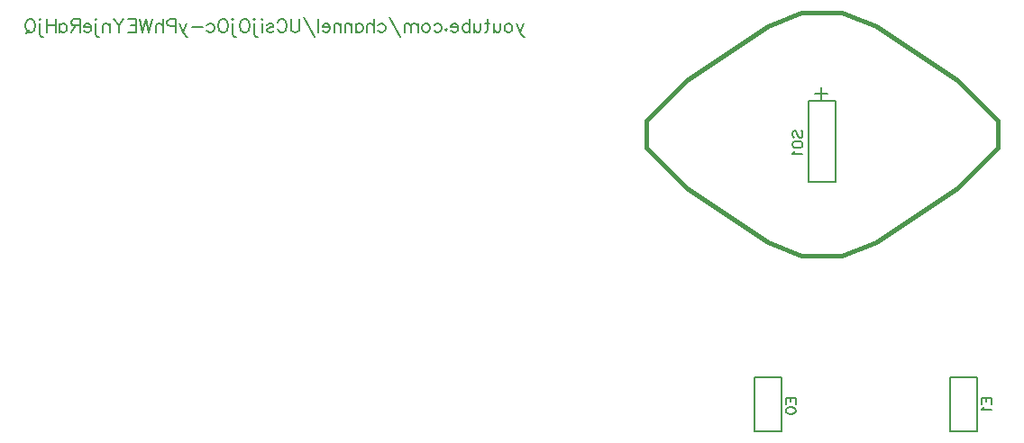
<source format=gbo>
G04 Layer: BottomSilkLayer*
G04 EasyEDA v6.4.25, 2021-12-06T09:29:09+01:00*
G04 709bd2a449c44a659231e49a93e94fa4,7d3f4a13764643a7838717c5c1d40531,10*
G04 Gerber Generator version 0.2*
G04 Scale: 100 percent, Rotated: No, Reflected: No *
G04 Dimensions in inches *
G04 leading zeros omitted , absolute positions ,3 integer and 6 decimal *
%FSLAX36Y36*%
%MOIN*%

%ADD31C,0.0080*%
%ADD32C,0.0080*%
%ADD36C,0.0157*%
%ADD39C,0.0060*%

%LPD*%
D31*
X3172636Y1600455D02*
G01*
X3221727Y1600455D01*
X3197182Y1625000D02*
G01*
X3197182Y1575909D01*
X2097727Y1859544D02*
G01*
X2084090Y1827726D01*
X2070455Y1859544D02*
G01*
X2084090Y1827726D01*
X2088635Y1818636D01*
X2093181Y1814090D01*
X2097727Y1811817D01*
X2100000Y1811817D01*
X2044090Y1859544D02*
G01*
X2048635Y1857273D01*
X2053181Y1852726D01*
X2055455Y1845909D01*
X2055455Y1841363D01*
X2053181Y1834544D01*
X2048635Y1830000D01*
X2044090Y1827726D01*
X2037272Y1827726D01*
X2032727Y1830000D01*
X2028181Y1834544D01*
X2025909Y1841363D01*
X2025909Y1845909D01*
X2028181Y1852726D01*
X2032727Y1857273D01*
X2037272Y1859544D01*
X2044090Y1859544D01*
X2010909Y1859544D02*
G01*
X2010909Y1836817D01*
X2008635Y1830000D01*
X2004090Y1827726D01*
X1997272Y1827726D01*
X1992727Y1830000D01*
X1985909Y1836817D01*
X1985909Y1859544D02*
G01*
X1985909Y1827726D01*
X1964090Y1875455D02*
G01*
X1964090Y1836817D01*
X1961818Y1830000D01*
X1957272Y1827726D01*
X1952727Y1827726D01*
X1970909Y1859544D02*
G01*
X1955000Y1859544D01*
X1937727Y1859544D02*
G01*
X1937727Y1836817D01*
X1935455Y1830000D01*
X1930909Y1827726D01*
X1924090Y1827726D01*
X1919544Y1830000D01*
X1912727Y1836817D01*
X1912727Y1859544D02*
G01*
X1912727Y1827726D01*
X1897727Y1875455D02*
G01*
X1897727Y1827726D01*
X1897727Y1852726D02*
G01*
X1893181Y1857273D01*
X1888635Y1859544D01*
X1881818Y1859544D01*
X1877272Y1857273D01*
X1872727Y1852726D01*
X1870455Y1845909D01*
X1870455Y1841363D01*
X1872727Y1834544D01*
X1877272Y1830000D01*
X1881818Y1827726D01*
X1888635Y1827726D01*
X1893181Y1830000D01*
X1897727Y1834544D01*
X1855455Y1845909D02*
G01*
X1828181Y1845909D01*
X1828181Y1850455D01*
X1830455Y1855000D01*
X1832727Y1857273D01*
X1837272Y1859544D01*
X1844090Y1859544D01*
X1848635Y1857273D01*
X1853181Y1852726D01*
X1855455Y1845909D01*
X1855455Y1841363D01*
X1853181Y1834544D01*
X1848635Y1830000D01*
X1844090Y1827726D01*
X1837272Y1827726D01*
X1832727Y1830000D01*
X1828181Y1834544D01*
X1810909Y1839090D02*
G01*
X1813181Y1836817D01*
X1810909Y1834544D01*
X1808635Y1836817D01*
X1810909Y1839090D01*
X1766364Y1852726D02*
G01*
X1770909Y1857273D01*
X1775455Y1859544D01*
X1782272Y1859544D01*
X1786818Y1857273D01*
X1791364Y1852726D01*
X1793635Y1845909D01*
X1793635Y1841363D01*
X1791364Y1834544D01*
X1786818Y1830000D01*
X1782272Y1827726D01*
X1775455Y1827726D01*
X1770909Y1830000D01*
X1766364Y1834544D01*
X1740000Y1859544D02*
G01*
X1744544Y1857273D01*
X1749090Y1852726D01*
X1751364Y1845909D01*
X1751364Y1841363D01*
X1749090Y1834544D01*
X1744544Y1830000D01*
X1740000Y1827726D01*
X1733181Y1827726D01*
X1728635Y1830000D01*
X1724090Y1834544D01*
X1721818Y1841363D01*
X1721818Y1845909D01*
X1724090Y1852726D01*
X1728635Y1857273D01*
X1733181Y1859544D01*
X1740000Y1859544D01*
X1706818Y1859544D02*
G01*
X1706818Y1827726D01*
X1706818Y1850455D02*
G01*
X1700000Y1857273D01*
X1695455Y1859544D01*
X1688635Y1859544D01*
X1684090Y1857273D01*
X1681818Y1850455D01*
X1681818Y1827726D01*
X1681818Y1850455D02*
G01*
X1675000Y1857273D01*
X1670455Y1859544D01*
X1663635Y1859544D01*
X1659090Y1857273D01*
X1656818Y1850455D01*
X1656818Y1827726D01*
X1600909Y1884544D02*
G01*
X1641818Y1811817D01*
X1558635Y1852726D02*
G01*
X1563181Y1857273D01*
X1567727Y1859544D01*
X1574544Y1859544D01*
X1579090Y1857273D01*
X1583635Y1852726D01*
X1585909Y1845909D01*
X1585909Y1841363D01*
X1583635Y1834544D01*
X1579090Y1830000D01*
X1574544Y1827726D01*
X1567727Y1827726D01*
X1563181Y1830000D01*
X1558635Y1834544D01*
X1543635Y1875455D02*
G01*
X1543635Y1827726D01*
X1543635Y1850455D02*
G01*
X1536818Y1857273D01*
X1532272Y1859544D01*
X1525455Y1859544D01*
X1520909Y1857273D01*
X1518635Y1850455D01*
X1518635Y1827726D01*
X1476364Y1859544D02*
G01*
X1476364Y1827726D01*
X1476364Y1852726D02*
G01*
X1480909Y1857273D01*
X1485455Y1859544D01*
X1492272Y1859544D01*
X1496818Y1857273D01*
X1501364Y1852726D01*
X1503635Y1845909D01*
X1503635Y1841363D01*
X1501364Y1834544D01*
X1496818Y1830000D01*
X1492272Y1827726D01*
X1485455Y1827726D01*
X1480909Y1830000D01*
X1476364Y1834544D01*
X1461364Y1859544D02*
G01*
X1461364Y1827726D01*
X1461364Y1850455D02*
G01*
X1454544Y1857273D01*
X1450000Y1859544D01*
X1443181Y1859544D01*
X1438635Y1857273D01*
X1436364Y1850455D01*
X1436364Y1827726D01*
X1421364Y1859544D02*
G01*
X1421364Y1827726D01*
X1421364Y1850455D02*
G01*
X1414544Y1857273D01*
X1410000Y1859544D01*
X1403181Y1859544D01*
X1398635Y1857273D01*
X1396364Y1850455D01*
X1396364Y1827726D01*
X1381364Y1845909D02*
G01*
X1354090Y1845909D01*
X1354090Y1850455D01*
X1356364Y1855000D01*
X1358635Y1857273D01*
X1363181Y1859544D01*
X1370000Y1859544D01*
X1374544Y1857273D01*
X1379090Y1852726D01*
X1381364Y1845909D01*
X1381364Y1841363D01*
X1379090Y1834544D01*
X1374544Y1830000D01*
X1370000Y1827726D01*
X1363181Y1827726D01*
X1358635Y1830000D01*
X1354090Y1834544D01*
X1339090Y1875455D02*
G01*
X1339090Y1827726D01*
X1283181Y1884544D02*
G01*
X1324090Y1811817D01*
X1268181Y1875455D02*
G01*
X1268181Y1841363D01*
X1265909Y1834544D01*
X1261364Y1830000D01*
X1254544Y1827726D01*
X1250000Y1827726D01*
X1243181Y1830000D01*
X1238635Y1834544D01*
X1236364Y1841363D01*
X1236364Y1875455D01*
X1187272Y1864090D02*
G01*
X1189544Y1868636D01*
X1194090Y1873182D01*
X1198635Y1875455D01*
X1207727Y1875455D01*
X1212272Y1873182D01*
X1216818Y1868636D01*
X1219090Y1864090D01*
X1221364Y1857273D01*
X1221364Y1845909D01*
X1219090Y1839090D01*
X1216818Y1834544D01*
X1212272Y1830000D01*
X1207727Y1827726D01*
X1198635Y1827726D01*
X1194090Y1830000D01*
X1189544Y1834544D01*
X1187272Y1839090D01*
X1147272Y1852726D02*
G01*
X1149544Y1857273D01*
X1156364Y1859544D01*
X1163181Y1859544D01*
X1170000Y1857273D01*
X1172272Y1852726D01*
X1170000Y1848182D01*
X1165455Y1845909D01*
X1154090Y1843636D01*
X1149544Y1841363D01*
X1147272Y1836817D01*
X1147272Y1834544D01*
X1149544Y1830000D01*
X1156364Y1827726D01*
X1163181Y1827726D01*
X1170000Y1830000D01*
X1172272Y1834544D01*
X1132272Y1875455D02*
G01*
X1130000Y1873182D01*
X1127727Y1875455D01*
X1130000Y1877726D01*
X1132272Y1875455D01*
X1130000Y1859544D02*
G01*
X1130000Y1827726D01*
X1103635Y1875455D02*
G01*
X1101364Y1873182D01*
X1099090Y1875455D01*
X1101364Y1877726D01*
X1103635Y1875455D01*
X1101364Y1859544D02*
G01*
X1101364Y1820909D01*
X1103635Y1814090D01*
X1108181Y1811817D01*
X1112727Y1811817D01*
X1070455Y1875455D02*
G01*
X1075000Y1873182D01*
X1079544Y1868636D01*
X1081818Y1864090D01*
X1084090Y1857273D01*
X1084090Y1845909D01*
X1081818Y1839090D01*
X1079544Y1834544D01*
X1075000Y1830000D01*
X1070455Y1827726D01*
X1061364Y1827726D01*
X1056818Y1830000D01*
X1052272Y1834544D01*
X1050000Y1839090D01*
X1047727Y1845909D01*
X1047727Y1857273D01*
X1050000Y1864090D01*
X1052272Y1868636D01*
X1056818Y1873182D01*
X1061364Y1875455D01*
X1070455Y1875455D01*
X1023635Y1875455D02*
G01*
X1021364Y1873182D01*
X1019090Y1875455D01*
X1021364Y1877726D01*
X1023635Y1875455D01*
X1021364Y1859544D02*
G01*
X1021364Y1820909D01*
X1023635Y1814090D01*
X1028181Y1811817D01*
X1032727Y1811817D01*
X990455Y1875455D02*
G01*
X995000Y1873182D01*
X999544Y1868636D01*
X1001818Y1864090D01*
X1004090Y1857273D01*
X1004090Y1845909D01*
X1001818Y1839090D01*
X999544Y1834544D01*
X995000Y1830000D01*
X990455Y1827726D01*
X981364Y1827726D01*
X976818Y1830000D01*
X972272Y1834544D01*
X970000Y1839090D01*
X967727Y1845909D01*
X967727Y1857273D01*
X970000Y1864090D01*
X972272Y1868636D01*
X976818Y1873182D01*
X981364Y1875455D01*
X990455Y1875455D01*
X925455Y1852726D02*
G01*
X930000Y1857273D01*
X934544Y1859544D01*
X941364Y1859544D01*
X945909Y1857273D01*
X950455Y1852726D01*
X952727Y1845909D01*
X952727Y1841363D01*
X950455Y1834544D01*
X945909Y1830000D01*
X941364Y1827726D01*
X934544Y1827726D01*
X930000Y1830000D01*
X925455Y1834544D01*
X910455Y1848182D02*
G01*
X869544Y1848182D01*
X852272Y1859544D02*
G01*
X838635Y1827726D01*
X825000Y1859544D02*
G01*
X838635Y1827726D01*
X843181Y1818636D01*
X847727Y1814090D01*
X852272Y1811817D01*
X854544Y1811817D01*
X810000Y1875455D02*
G01*
X810000Y1827726D01*
X810000Y1875455D02*
G01*
X789544Y1875455D01*
X782727Y1873182D01*
X780455Y1870909D01*
X778181Y1866363D01*
X778181Y1859544D01*
X780455Y1855000D01*
X782727Y1852726D01*
X789544Y1850455D01*
X810000Y1850455D01*
X763181Y1875455D02*
G01*
X763181Y1827726D01*
X763181Y1850455D02*
G01*
X756363Y1857273D01*
X751817Y1859544D01*
X745000Y1859544D01*
X740455Y1857273D01*
X738182Y1850455D01*
X738182Y1827726D01*
X723182Y1875455D02*
G01*
X711817Y1827726D01*
X700455Y1875455D02*
G01*
X711817Y1827726D01*
X700455Y1875455D02*
G01*
X689090Y1827726D01*
X677726Y1875455D02*
G01*
X689090Y1827726D01*
X662726Y1875455D02*
G01*
X662726Y1827726D01*
X662726Y1875455D02*
G01*
X633182Y1875455D01*
X662726Y1852726D02*
G01*
X644544Y1852726D01*
X662726Y1827726D02*
G01*
X633182Y1827726D01*
X618182Y1875455D02*
G01*
X600000Y1852726D01*
X600000Y1827726D01*
X581817Y1875455D02*
G01*
X600000Y1852726D01*
X566817Y1859544D02*
G01*
X566817Y1827726D01*
X566817Y1850455D02*
G01*
X560000Y1857273D01*
X555455Y1859544D01*
X548636Y1859544D01*
X544090Y1857273D01*
X541817Y1850455D01*
X541817Y1827726D01*
X517726Y1875455D02*
G01*
X515455Y1873182D01*
X513182Y1875455D01*
X515455Y1877726D01*
X517726Y1875455D01*
X515455Y1859544D02*
G01*
X515455Y1820909D01*
X517726Y1814090D01*
X522273Y1811817D01*
X526817Y1811817D01*
X498182Y1845909D02*
G01*
X470909Y1845909D01*
X470909Y1850455D01*
X473182Y1855000D01*
X475455Y1857273D01*
X480000Y1859544D01*
X486817Y1859544D01*
X491363Y1857273D01*
X495909Y1852726D01*
X498182Y1845909D01*
X498182Y1841363D01*
X495909Y1834544D01*
X491363Y1830000D01*
X486817Y1827726D01*
X480000Y1827726D01*
X475455Y1830000D01*
X470909Y1834544D01*
X455909Y1875455D02*
G01*
X455909Y1827726D01*
X455909Y1875455D02*
G01*
X435455Y1875455D01*
X428636Y1873182D01*
X426363Y1870909D01*
X424090Y1866363D01*
X424090Y1861817D01*
X426363Y1857273D01*
X428636Y1855000D01*
X435455Y1852726D01*
X455909Y1852726D01*
X440000Y1852726D02*
G01*
X424090Y1827726D01*
X381817Y1859544D02*
G01*
X381817Y1827726D01*
X381817Y1852726D02*
G01*
X386363Y1857273D01*
X390909Y1859544D01*
X397726Y1859544D01*
X402273Y1857273D01*
X406817Y1852726D01*
X409090Y1845909D01*
X409090Y1841363D01*
X406817Y1834544D01*
X402273Y1830000D01*
X397726Y1827726D01*
X390909Y1827726D01*
X386363Y1830000D01*
X381817Y1834544D01*
X366817Y1875455D02*
G01*
X366817Y1827726D01*
X335000Y1875455D02*
G01*
X335000Y1827726D01*
X366817Y1852726D02*
G01*
X335000Y1852726D01*
X310909Y1875455D02*
G01*
X308636Y1873182D01*
X306363Y1875455D01*
X308636Y1877726D01*
X310909Y1875455D01*
X308636Y1859544D02*
G01*
X308636Y1820909D01*
X310909Y1814090D01*
X315455Y1811817D01*
X320000Y1811817D01*
X277726Y1875455D02*
G01*
X282273Y1873182D01*
X286817Y1868636D01*
X289090Y1864090D01*
X291363Y1857273D01*
X291363Y1845909D01*
X289090Y1839090D01*
X286817Y1834544D01*
X282273Y1830000D01*
X277726Y1827726D01*
X268636Y1827726D01*
X264090Y1830000D01*
X259544Y1834544D01*
X257273Y1839090D01*
X255000Y1845909D01*
X255000Y1857273D01*
X257273Y1864090D01*
X259544Y1868636D01*
X264090Y1873182D01*
X268636Y1875455D01*
X277726Y1875455D01*
X270909Y1836817D02*
G01*
X257273Y1823182D01*
D39*
X3096350Y1436999D02*
G01*
X3092749Y1440700D01*
X3090850Y1446100D01*
X3090850Y1453400D01*
X3092749Y1458899D01*
X3096350Y1462500D01*
X3099949Y1462500D01*
X3103649Y1460700D01*
X3105450Y1458899D01*
X3107250Y1455199D01*
X3110850Y1444299D01*
X3112749Y1440700D01*
X3114549Y1438899D01*
X3118149Y1436999D01*
X3123649Y1436999D01*
X3127250Y1440700D01*
X3129049Y1446100D01*
X3129049Y1453400D01*
X3127250Y1458899D01*
X3123649Y1462500D01*
X3090850Y1414099D02*
G01*
X3092749Y1419600D01*
X3098149Y1423200D01*
X3107250Y1425000D01*
X3112749Y1425000D01*
X3121750Y1423200D01*
X3127250Y1419600D01*
X3129049Y1414099D01*
X3129049Y1410500D01*
X3127250Y1405000D01*
X3121750Y1401399D01*
X3112749Y1399600D01*
X3107250Y1399600D01*
X3098149Y1401399D01*
X3092749Y1405000D01*
X3090850Y1410500D01*
X3090850Y1414099D01*
X3098149Y1387600D02*
G01*
X3096350Y1384000D01*
X3090850Y1378499D01*
X3129049Y1378499D01*
X3065850Y475000D02*
G01*
X3104049Y475000D01*
X3065850Y475000D02*
G01*
X3065850Y451399D01*
X3084049Y475000D02*
G01*
X3084049Y460500D01*
X3104049Y475000D02*
G01*
X3104049Y451399D01*
X3065850Y428499D02*
G01*
X3067749Y433899D01*
X3073149Y437500D01*
X3082250Y439400D01*
X3087749Y439400D01*
X3096750Y437500D01*
X3102250Y433899D01*
X3104049Y428499D01*
X3104049Y424800D01*
X3102250Y419400D01*
X3096750Y415700D01*
X3087749Y413899D01*
X3082250Y413899D01*
X3073149Y415700D01*
X3067749Y419400D01*
X3065850Y424800D01*
X3065850Y428499D01*
X3790850Y475000D02*
G01*
X3829049Y475000D01*
X3790850Y475000D02*
G01*
X3790850Y451399D01*
X3809049Y475000D02*
G01*
X3809049Y460500D01*
X3829049Y475000D02*
G01*
X3829049Y451399D01*
X3798149Y439400D02*
G01*
X3796350Y435700D01*
X3790850Y430300D01*
X3829049Y430300D01*
D36*
X3700000Y1250000D02*
G01*
X3850000Y1400000D01*
X3850000Y1500000D01*
X3700000Y1650000D01*
X3400000Y1850000D01*
X3275000Y1900000D01*
X3125000Y1900000D01*
X3000000Y1850000D01*
X2700000Y1650000D01*
X2550000Y1500000D01*
X2550000Y1400000D01*
X2700000Y1250000D01*
X3000000Y1050000D01*
X3125000Y1000000D01*
X3275000Y1000000D01*
X3400000Y1050000D01*
X3700000Y1250000D01*
D31*
X3150000Y1500000D02*
G01*
X3150000Y1575000D01*
X3250000Y1575000D01*
X3250000Y1275000D01*
X3150000Y1275000D01*
D32*
X3150000Y1275000D02*
G01*
X3150000Y1500000D01*
X3675000Y350000D02*
G01*
X3675000Y475000D01*
D31*
X3675000Y350000D02*
G01*
X3775000Y350000D01*
X3775000Y550000D01*
X3675000Y550000D01*
X3675000Y475000D01*
D32*
X2950000Y350000D02*
G01*
X2950000Y475000D01*
D31*
X2950000Y350000D02*
G01*
X3050000Y350000D01*
X3050000Y550000D01*
X2950000Y550000D01*
X2950000Y475000D01*
M02*

</source>
